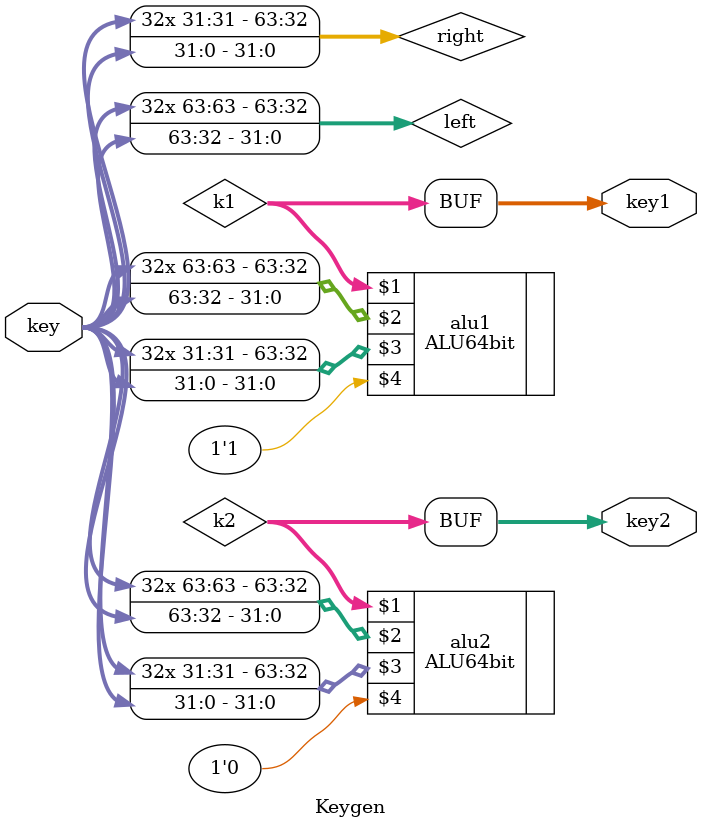
<source format=v>

module Keygen(key1,key2,key);
    output reg [63:0] key1,key2;
    input [63:0] key;
    
    wire [63:0] k1,k2;
    reg  [63:0] left,right;
    
    ALU64bit alu1(k1,left,right,1'b1);
    ALU64bit alu2(k2,left,right,1'b0);
    
    initial 
       begin
           #10 left  = {{32{key[63]}},key[63:32]}; 
               right = {{32{key[31]}},key[31:0]};
           
           //$display("before key generation");
           //$monitor("At time %0d left = %b right = %b",$time,plainText,left,right);    
           
           #5 key1 = k1;
               key2 = k2;
           $display("after key generation");    
           $monitor("At time %0d key1 = %b \n\tkey2 = %b",$time,key1,key2);
       end
     
 endmodule   
    

</source>
